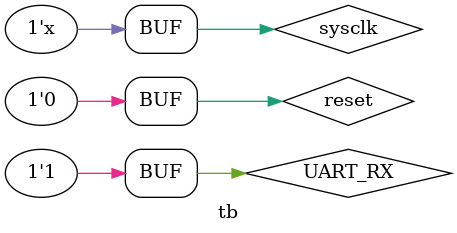
<source format=v>
`timescale 1ns/1ns
module tb();
wire [7:0]led;
wire [7:0]switch;
wire UART_TX;
reg UART_RX;
reg reset, sysclk;
initial begin
  reset = 0;
  sysclk = 0;
  UART_RX = 0;
  repeat(2) 
    #100 reset = ~reset;
  repeat(1)
  begin
	#104166 UART_RX <= 1;
	#104166 UART_RX <= 0;
	#104166 UART_RX <= 1;
	#104166 UART_RX <= 1;
	#104166 UART_RX <= 1;
	#104166 UART_RX <= 0;
	#104166 UART_RX <= 1;
	#104166 UART_RX <= 1;
	#104166 UART_RX <= 1;
	
	#104166 UART_RX <= 0;
	#104166 UART_RX <= 1;
	#104166 UART_RX <= 1;
	#104166 UART_RX <= 1;
	#104166 UART_RX <= 1;
	#104166 UART_RX <= 0;
	#104166 UART_RX <= 0;
	#104166 UART_RX <= 0;
	#104166 UART_RX <= 1;
	#104166 UART_RX <= 1;
	#104166 UART_RX <= 1;
	#104166 UART_RX <= 1;
  end
end
always #5 sysclk = ~sysclk;
CPU C(reset, sysclk, led, switch, UART_TX, UART_RX);
endmodule
</source>
